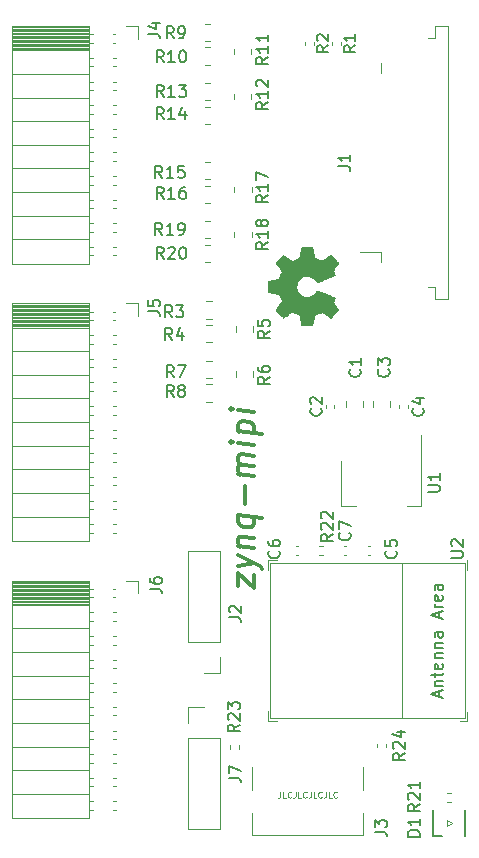
<source format=gto>
%TF.GenerationSoftware,KiCad,Pcbnew,6.0.4-6f826c9f35~116~ubuntu18.04.1*%
%TF.CreationDate,2022-06-27T14:44:09+00:00*%
%TF.ProjectId,zynq-mipi,7a796e71-2d6d-4697-9069-2e6b69636164,rev?*%
%TF.SameCoordinates,Original*%
%TF.FileFunction,Legend,Top*%
%TF.FilePolarity,Positive*%
%FSLAX46Y46*%
G04 Gerber Fmt 4.6, Leading zero omitted, Abs format (unit mm)*
G04 Created by KiCad (PCBNEW 6.0.4-6f826c9f35~116~ubuntu18.04.1) date 2022-06-27 14:44:09*
%MOMM*%
%LPD*%
G01*
G04 APERTURE LIST*
%ADD10C,0.300000*%
%ADD11C,0.125000*%
%ADD12C,0.150000*%
%ADD13C,0.120000*%
%ADD14C,0.010000*%
%ADD15C,0.100000*%
G04 APERTURE END LIST*
D10*
X145968928Y-108257488D02*
X145968928Y-107209869D01*
X147302261Y-108424154D01*
X147302261Y-107376535D01*
X145968928Y-106638440D02*
X147302261Y-106328916D01*
X145968928Y-105686059D02*
X147302261Y-106328916D01*
X147778452Y-106578916D01*
X147873690Y-106686059D01*
X147968928Y-106888440D01*
X145968928Y-104924154D02*
X147302261Y-105090821D01*
X146159404Y-104947964D02*
X146064166Y-104840821D01*
X145968928Y-104638440D01*
X145968928Y-104352726D01*
X146064166Y-104174154D01*
X146254642Y-104102726D01*
X147302261Y-104233678D01*
X145968928Y-102257488D02*
X147968928Y-102507488D01*
X147207023Y-102412250D02*
X147302261Y-102614630D01*
X147302261Y-102995583D01*
X147207023Y-103174154D01*
X147111785Y-103257488D01*
X146921309Y-103328916D01*
X146349880Y-103257488D01*
X146159404Y-103138440D01*
X146064166Y-103031297D01*
X145968928Y-102828916D01*
X145968928Y-102447964D01*
X146064166Y-102269392D01*
X146540357Y-101376535D02*
X146540357Y-99852726D01*
X147302261Y-98995583D02*
X145968928Y-98828916D01*
X146159404Y-98852726D02*
X146064166Y-98745583D01*
X145968928Y-98543202D01*
X145968928Y-98257488D01*
X146064166Y-98078916D01*
X146254642Y-98007488D01*
X147302261Y-98138440D01*
X146254642Y-98007488D02*
X146064166Y-97888440D01*
X145968928Y-97686059D01*
X145968928Y-97400345D01*
X146064166Y-97221773D01*
X146254642Y-97150345D01*
X147302261Y-97281297D01*
X147302261Y-96328916D02*
X145968928Y-96162250D01*
X145302261Y-96078916D02*
X145397500Y-96186059D01*
X145492738Y-96102726D01*
X145397500Y-95995583D01*
X145302261Y-96078916D01*
X145492738Y-96102726D01*
X145968928Y-95209869D02*
X147968928Y-95459869D01*
X146064166Y-95221773D02*
X145968928Y-95019392D01*
X145968928Y-94638440D01*
X146064166Y-94459869D01*
X146159404Y-94376535D01*
X146349880Y-94305107D01*
X146921309Y-94376535D01*
X147111785Y-94495583D01*
X147207023Y-94602726D01*
X147302261Y-94805107D01*
X147302261Y-95186059D01*
X147207023Y-95364630D01*
X147302261Y-93567011D02*
X145968928Y-93400345D01*
X145302261Y-93317011D02*
X145397500Y-93424154D01*
X145492738Y-93340821D01*
X145397500Y-93233678D01*
X145302261Y-93317011D01*
X145492738Y-93340821D01*
D11*
X149548976Y-125710190D02*
X149548976Y-126067333D01*
X149525166Y-126138761D01*
X149477547Y-126186380D01*
X149406119Y-126210190D01*
X149358500Y-126210190D01*
X150025166Y-126210190D02*
X149787071Y-126210190D01*
X149787071Y-125710190D01*
X150477547Y-126162571D02*
X150453738Y-126186380D01*
X150382309Y-126210190D01*
X150334690Y-126210190D01*
X150263261Y-126186380D01*
X150215642Y-126138761D01*
X150191833Y-126091142D01*
X150168023Y-125995904D01*
X150168023Y-125924476D01*
X150191833Y-125829238D01*
X150215642Y-125781619D01*
X150263261Y-125734000D01*
X150334690Y-125710190D01*
X150382309Y-125710190D01*
X150453738Y-125734000D01*
X150477547Y-125757809D01*
X150834690Y-125710190D02*
X150834690Y-126067333D01*
X150810880Y-126138761D01*
X150763261Y-126186380D01*
X150691833Y-126210190D01*
X150644214Y-126210190D01*
X151310880Y-126210190D02*
X151072785Y-126210190D01*
X151072785Y-125710190D01*
X151763261Y-126162571D02*
X151739452Y-126186380D01*
X151668023Y-126210190D01*
X151620404Y-126210190D01*
X151548976Y-126186380D01*
X151501357Y-126138761D01*
X151477547Y-126091142D01*
X151453738Y-125995904D01*
X151453738Y-125924476D01*
X151477547Y-125829238D01*
X151501357Y-125781619D01*
X151548976Y-125734000D01*
X151620404Y-125710190D01*
X151668023Y-125710190D01*
X151739452Y-125734000D01*
X151763261Y-125757809D01*
X152120404Y-125710190D02*
X152120404Y-126067333D01*
X152096595Y-126138761D01*
X152048976Y-126186380D01*
X151977547Y-126210190D01*
X151929928Y-126210190D01*
X152596595Y-126210190D02*
X152358500Y-126210190D01*
X152358500Y-125710190D01*
X153048976Y-126162571D02*
X153025166Y-126186380D01*
X152953738Y-126210190D01*
X152906119Y-126210190D01*
X152834690Y-126186380D01*
X152787071Y-126138761D01*
X152763261Y-126091142D01*
X152739452Y-125995904D01*
X152739452Y-125924476D01*
X152763261Y-125829238D01*
X152787071Y-125781619D01*
X152834690Y-125734000D01*
X152906119Y-125710190D01*
X152953738Y-125710190D01*
X153025166Y-125734000D01*
X153048976Y-125757809D01*
X153406119Y-125710190D02*
X153406119Y-126067333D01*
X153382309Y-126138761D01*
X153334690Y-126186380D01*
X153263261Y-126210190D01*
X153215642Y-126210190D01*
X153882309Y-126210190D02*
X153644214Y-126210190D01*
X153644214Y-125710190D01*
X154334690Y-126162571D02*
X154310880Y-126186380D01*
X154239452Y-126210190D01*
X154191833Y-126210190D01*
X154120404Y-126186380D01*
X154072785Y-126138761D01*
X154048976Y-126091142D01*
X154025166Y-125995904D01*
X154025166Y-125924476D01*
X154048976Y-125829238D01*
X154072785Y-125781619D01*
X154120404Y-125734000D01*
X154191833Y-125710190D01*
X154239452Y-125710190D01*
X154310880Y-125734000D01*
X154334690Y-125757809D01*
D12*
%TO.C,C1*%
X156279642Y-89955666D02*
X156327261Y-90003285D01*
X156374880Y-90146142D01*
X156374880Y-90241380D01*
X156327261Y-90384238D01*
X156232023Y-90479476D01*
X156136785Y-90527095D01*
X155946309Y-90574714D01*
X155803452Y-90574714D01*
X155612976Y-90527095D01*
X155517738Y-90479476D01*
X155422500Y-90384238D01*
X155374880Y-90241380D01*
X155374880Y-90146142D01*
X155422500Y-90003285D01*
X155470119Y-89955666D01*
X156374880Y-89003285D02*
X156374880Y-89574714D01*
X156374880Y-89289000D02*
X155374880Y-89289000D01*
X155517738Y-89384238D01*
X155612976Y-89479476D01*
X155660595Y-89574714D01*
%TO.C,C2*%
X152960642Y-93244666D02*
X153008261Y-93292285D01*
X153055880Y-93435142D01*
X153055880Y-93530380D01*
X153008261Y-93673238D01*
X152913023Y-93768476D01*
X152817785Y-93816095D01*
X152627309Y-93863714D01*
X152484452Y-93863714D01*
X152293976Y-93816095D01*
X152198738Y-93768476D01*
X152103500Y-93673238D01*
X152055880Y-93530380D01*
X152055880Y-93435142D01*
X152103500Y-93292285D01*
X152151119Y-93244666D01*
X152151119Y-92863714D02*
X152103500Y-92816095D01*
X152055880Y-92720857D01*
X152055880Y-92482761D01*
X152103500Y-92387523D01*
X152151119Y-92339904D01*
X152246357Y-92292285D01*
X152341595Y-92292285D01*
X152484452Y-92339904D01*
X153055880Y-92911333D01*
X153055880Y-92292285D01*
%TO.C,C3*%
X158692642Y-89955666D02*
X158740261Y-90003285D01*
X158787880Y-90146142D01*
X158787880Y-90241380D01*
X158740261Y-90384238D01*
X158645023Y-90479476D01*
X158549785Y-90527095D01*
X158359309Y-90574714D01*
X158216452Y-90574714D01*
X158025976Y-90527095D01*
X157930738Y-90479476D01*
X157835500Y-90384238D01*
X157787880Y-90241380D01*
X157787880Y-90146142D01*
X157835500Y-90003285D01*
X157883119Y-89955666D01*
X157787880Y-89622333D02*
X157787880Y-89003285D01*
X158168833Y-89336619D01*
X158168833Y-89193761D01*
X158216452Y-89098523D01*
X158264071Y-89050904D01*
X158359309Y-89003285D01*
X158597404Y-89003285D01*
X158692642Y-89050904D01*
X158740261Y-89098523D01*
X158787880Y-89193761D01*
X158787880Y-89479476D01*
X158740261Y-89574714D01*
X158692642Y-89622333D01*
%TO.C,C4*%
X161613642Y-93257666D02*
X161661261Y-93305285D01*
X161708880Y-93448142D01*
X161708880Y-93543380D01*
X161661261Y-93686238D01*
X161566023Y-93781476D01*
X161470785Y-93829095D01*
X161280309Y-93876714D01*
X161137452Y-93876714D01*
X160946976Y-93829095D01*
X160851738Y-93781476D01*
X160756500Y-93686238D01*
X160708880Y-93543380D01*
X160708880Y-93448142D01*
X160756500Y-93305285D01*
X160804119Y-93257666D01*
X161042214Y-92400523D02*
X161708880Y-92400523D01*
X160661261Y-92638619D02*
X161375547Y-92876714D01*
X161375547Y-92257666D01*
%TO.C,R3*%
X140388833Y-85542380D02*
X140055500Y-85066190D01*
X139817404Y-85542380D02*
X139817404Y-84542380D01*
X140198357Y-84542380D01*
X140293595Y-84590000D01*
X140341214Y-84637619D01*
X140388833Y-84732857D01*
X140388833Y-84875714D01*
X140341214Y-84970952D01*
X140293595Y-85018571D01*
X140198357Y-85066190D01*
X139817404Y-85066190D01*
X140722166Y-84542380D02*
X141341214Y-84542380D01*
X141007880Y-84923333D01*
X141150738Y-84923333D01*
X141245976Y-84970952D01*
X141293595Y-85018571D01*
X141341214Y-85113809D01*
X141341214Y-85351904D01*
X141293595Y-85447142D01*
X141245976Y-85494761D01*
X141150738Y-85542380D01*
X140865023Y-85542380D01*
X140769785Y-85494761D01*
X140722166Y-85447142D01*
%TO.C,R4*%
X140388833Y-87447380D02*
X140055500Y-86971190D01*
X139817404Y-87447380D02*
X139817404Y-86447380D01*
X140198357Y-86447380D01*
X140293595Y-86495000D01*
X140341214Y-86542619D01*
X140388833Y-86637857D01*
X140388833Y-86780714D01*
X140341214Y-86875952D01*
X140293595Y-86923571D01*
X140198357Y-86971190D01*
X139817404Y-86971190D01*
X141245976Y-86780714D02*
X141245976Y-87447380D01*
X141007880Y-86399761D02*
X140769785Y-87114047D01*
X141388833Y-87114047D01*
%TO.C,R5*%
X148627880Y-86692166D02*
X148151690Y-87025500D01*
X148627880Y-87263595D02*
X147627880Y-87263595D01*
X147627880Y-86882642D01*
X147675500Y-86787404D01*
X147723119Y-86739785D01*
X147818357Y-86692166D01*
X147961214Y-86692166D01*
X148056452Y-86739785D01*
X148104071Y-86787404D01*
X148151690Y-86882642D01*
X148151690Y-87263595D01*
X147627880Y-85787404D02*
X147627880Y-86263595D01*
X148104071Y-86311214D01*
X148056452Y-86263595D01*
X148008833Y-86168357D01*
X148008833Y-85930261D01*
X148056452Y-85835023D01*
X148104071Y-85787404D01*
X148199309Y-85739785D01*
X148437404Y-85739785D01*
X148532642Y-85787404D01*
X148580261Y-85835023D01*
X148627880Y-85930261D01*
X148627880Y-86168357D01*
X148580261Y-86263595D01*
X148532642Y-86311214D01*
%TO.C,R6*%
X148627880Y-90590666D02*
X148151690Y-90924000D01*
X148627880Y-91162095D02*
X147627880Y-91162095D01*
X147627880Y-90781142D01*
X147675500Y-90685904D01*
X147723119Y-90638285D01*
X147818357Y-90590666D01*
X147961214Y-90590666D01*
X148056452Y-90638285D01*
X148104071Y-90685904D01*
X148151690Y-90781142D01*
X148151690Y-91162095D01*
X147627880Y-89733523D02*
X147627880Y-89924000D01*
X147675500Y-90019238D01*
X147723119Y-90066857D01*
X147865976Y-90162095D01*
X148056452Y-90209714D01*
X148437404Y-90209714D01*
X148532642Y-90162095D01*
X148580261Y-90114476D01*
X148627880Y-90019238D01*
X148627880Y-89828761D01*
X148580261Y-89733523D01*
X148532642Y-89685904D01*
X148437404Y-89638285D01*
X148199309Y-89638285D01*
X148104071Y-89685904D01*
X148056452Y-89733523D01*
X148008833Y-89828761D01*
X148008833Y-90019238D01*
X148056452Y-90114476D01*
X148104071Y-90162095D01*
X148199309Y-90209714D01*
%TO.C,R7*%
X140515833Y-90622380D02*
X140182500Y-90146190D01*
X139944404Y-90622380D02*
X139944404Y-89622380D01*
X140325357Y-89622380D01*
X140420595Y-89670000D01*
X140468214Y-89717619D01*
X140515833Y-89812857D01*
X140515833Y-89955714D01*
X140468214Y-90050952D01*
X140420595Y-90098571D01*
X140325357Y-90146190D01*
X139944404Y-90146190D01*
X140849166Y-89622380D02*
X141515833Y-89622380D01*
X141087261Y-90622380D01*
%TO.C,R8*%
X140515833Y-92273380D02*
X140182500Y-91797190D01*
X139944404Y-92273380D02*
X139944404Y-91273380D01*
X140325357Y-91273380D01*
X140420595Y-91321000D01*
X140468214Y-91368619D01*
X140515833Y-91463857D01*
X140515833Y-91606714D01*
X140468214Y-91701952D01*
X140420595Y-91749571D01*
X140325357Y-91797190D01*
X139944404Y-91797190D01*
X141087261Y-91701952D02*
X140992023Y-91654333D01*
X140944404Y-91606714D01*
X140896785Y-91511476D01*
X140896785Y-91463857D01*
X140944404Y-91368619D01*
X140992023Y-91321000D01*
X141087261Y-91273380D01*
X141277738Y-91273380D01*
X141372976Y-91321000D01*
X141420595Y-91368619D01*
X141468214Y-91463857D01*
X141468214Y-91511476D01*
X141420595Y-91606714D01*
X141372976Y-91654333D01*
X141277738Y-91701952D01*
X141087261Y-91701952D01*
X140992023Y-91749571D01*
X140944404Y-91797190D01*
X140896785Y-91892428D01*
X140896785Y-92082904D01*
X140944404Y-92178142D01*
X140992023Y-92225761D01*
X141087261Y-92273380D01*
X141277738Y-92273380D01*
X141372976Y-92225761D01*
X141420595Y-92178142D01*
X141468214Y-92082904D01*
X141468214Y-91892428D01*
X141420595Y-91797190D01*
X141372976Y-91749571D01*
X141277738Y-91701952D01*
%TO.C,R9*%
X140515833Y-61920380D02*
X140182500Y-61444190D01*
X139944404Y-61920380D02*
X139944404Y-60920380D01*
X140325357Y-60920380D01*
X140420595Y-60968000D01*
X140468214Y-61015619D01*
X140515833Y-61110857D01*
X140515833Y-61253714D01*
X140468214Y-61348952D01*
X140420595Y-61396571D01*
X140325357Y-61444190D01*
X139944404Y-61444190D01*
X140992023Y-61920380D02*
X141182500Y-61920380D01*
X141277738Y-61872761D01*
X141325357Y-61825142D01*
X141420595Y-61682285D01*
X141468214Y-61491809D01*
X141468214Y-61110857D01*
X141420595Y-61015619D01*
X141372976Y-60968000D01*
X141277738Y-60920380D01*
X141087261Y-60920380D01*
X140992023Y-60968000D01*
X140944404Y-61015619D01*
X140896785Y-61110857D01*
X140896785Y-61348952D01*
X140944404Y-61444190D01*
X140992023Y-61491809D01*
X141087261Y-61539428D01*
X141277738Y-61539428D01*
X141372976Y-61491809D01*
X141420595Y-61444190D01*
X141468214Y-61348952D01*
%TO.C,R10*%
X139658642Y-63952380D02*
X139325309Y-63476190D01*
X139087214Y-63952380D02*
X139087214Y-62952380D01*
X139468166Y-62952380D01*
X139563404Y-63000000D01*
X139611023Y-63047619D01*
X139658642Y-63142857D01*
X139658642Y-63285714D01*
X139611023Y-63380952D01*
X139563404Y-63428571D01*
X139468166Y-63476190D01*
X139087214Y-63476190D01*
X140611023Y-63952380D02*
X140039595Y-63952380D01*
X140325309Y-63952380D02*
X140325309Y-62952380D01*
X140230071Y-63095238D01*
X140134833Y-63190476D01*
X140039595Y-63238095D01*
X141230071Y-62952380D02*
X141325309Y-62952380D01*
X141420547Y-63000000D01*
X141468166Y-63047619D01*
X141515785Y-63142857D01*
X141563404Y-63333333D01*
X141563404Y-63571428D01*
X141515785Y-63761904D01*
X141468166Y-63857142D01*
X141420547Y-63904761D01*
X141325309Y-63952380D01*
X141230071Y-63952380D01*
X141134833Y-63904761D01*
X141087214Y-63857142D01*
X141039595Y-63761904D01*
X140991976Y-63571428D01*
X140991976Y-63333333D01*
X141039595Y-63142857D01*
X141087214Y-63047619D01*
X141134833Y-63000000D01*
X141230071Y-62952380D01*
%TO.C,R11*%
X148500880Y-63507857D02*
X148024690Y-63841190D01*
X148500880Y-64079285D02*
X147500880Y-64079285D01*
X147500880Y-63698333D01*
X147548500Y-63603095D01*
X147596119Y-63555476D01*
X147691357Y-63507857D01*
X147834214Y-63507857D01*
X147929452Y-63555476D01*
X147977071Y-63603095D01*
X148024690Y-63698333D01*
X148024690Y-64079285D01*
X148500880Y-62555476D02*
X148500880Y-63126904D01*
X148500880Y-62841190D02*
X147500880Y-62841190D01*
X147643738Y-62936428D01*
X147738976Y-63031666D01*
X147786595Y-63126904D01*
X148500880Y-61603095D02*
X148500880Y-62174523D01*
X148500880Y-61888809D02*
X147500880Y-61888809D01*
X147643738Y-61984047D01*
X147738976Y-62079285D01*
X147786595Y-62174523D01*
%TO.C,R12*%
X148500880Y-67317857D02*
X148024690Y-67651190D01*
X148500880Y-67889285D02*
X147500880Y-67889285D01*
X147500880Y-67508333D01*
X147548500Y-67413095D01*
X147596119Y-67365476D01*
X147691357Y-67317857D01*
X147834214Y-67317857D01*
X147929452Y-67365476D01*
X147977071Y-67413095D01*
X148024690Y-67508333D01*
X148024690Y-67889285D01*
X148500880Y-66365476D02*
X148500880Y-66936904D01*
X148500880Y-66651190D02*
X147500880Y-66651190D01*
X147643738Y-66746428D01*
X147738976Y-66841666D01*
X147786595Y-66936904D01*
X147596119Y-65984523D02*
X147548500Y-65936904D01*
X147500880Y-65841666D01*
X147500880Y-65603571D01*
X147548500Y-65508333D01*
X147596119Y-65460714D01*
X147691357Y-65413095D01*
X147786595Y-65413095D01*
X147929452Y-65460714D01*
X148500880Y-66032142D01*
X148500880Y-65413095D01*
%TO.C,R13*%
X139658642Y-66873380D02*
X139325309Y-66397190D01*
X139087214Y-66873380D02*
X139087214Y-65873380D01*
X139468166Y-65873380D01*
X139563404Y-65921000D01*
X139611023Y-65968619D01*
X139658642Y-66063857D01*
X139658642Y-66206714D01*
X139611023Y-66301952D01*
X139563404Y-66349571D01*
X139468166Y-66397190D01*
X139087214Y-66397190D01*
X140611023Y-66873380D02*
X140039595Y-66873380D01*
X140325309Y-66873380D02*
X140325309Y-65873380D01*
X140230071Y-66016238D01*
X140134833Y-66111476D01*
X140039595Y-66159095D01*
X140944357Y-65873380D02*
X141563404Y-65873380D01*
X141230071Y-66254333D01*
X141372928Y-66254333D01*
X141468166Y-66301952D01*
X141515785Y-66349571D01*
X141563404Y-66444809D01*
X141563404Y-66682904D01*
X141515785Y-66778142D01*
X141468166Y-66825761D01*
X141372928Y-66873380D01*
X141087214Y-66873380D01*
X140991976Y-66825761D01*
X140944357Y-66778142D01*
%TO.C,R14*%
X139658642Y-68778380D02*
X139325309Y-68302190D01*
X139087214Y-68778380D02*
X139087214Y-67778380D01*
X139468166Y-67778380D01*
X139563404Y-67826000D01*
X139611023Y-67873619D01*
X139658642Y-67968857D01*
X139658642Y-68111714D01*
X139611023Y-68206952D01*
X139563404Y-68254571D01*
X139468166Y-68302190D01*
X139087214Y-68302190D01*
X140611023Y-68778380D02*
X140039595Y-68778380D01*
X140325309Y-68778380D02*
X140325309Y-67778380D01*
X140230071Y-67921238D01*
X140134833Y-68016476D01*
X140039595Y-68064095D01*
X141468166Y-68111714D02*
X141468166Y-68778380D01*
X141230071Y-67730761D02*
X140991976Y-68445047D01*
X141611023Y-68445047D01*
%TO.C,R15*%
X139531642Y-73731380D02*
X139198309Y-73255190D01*
X138960214Y-73731380D02*
X138960214Y-72731380D01*
X139341166Y-72731380D01*
X139436404Y-72779000D01*
X139484023Y-72826619D01*
X139531642Y-72921857D01*
X139531642Y-73064714D01*
X139484023Y-73159952D01*
X139436404Y-73207571D01*
X139341166Y-73255190D01*
X138960214Y-73255190D01*
X140484023Y-73731380D02*
X139912595Y-73731380D01*
X140198309Y-73731380D02*
X140198309Y-72731380D01*
X140103071Y-72874238D01*
X140007833Y-72969476D01*
X139912595Y-73017095D01*
X141388785Y-72731380D02*
X140912595Y-72731380D01*
X140864976Y-73207571D01*
X140912595Y-73159952D01*
X141007833Y-73112333D01*
X141245928Y-73112333D01*
X141341166Y-73159952D01*
X141388785Y-73207571D01*
X141436404Y-73302809D01*
X141436404Y-73540904D01*
X141388785Y-73636142D01*
X141341166Y-73683761D01*
X141245928Y-73731380D01*
X141007833Y-73731380D01*
X140912595Y-73683761D01*
X140864976Y-73636142D01*
%TO.C,R16*%
X139658642Y-75509380D02*
X139325309Y-75033190D01*
X139087214Y-75509380D02*
X139087214Y-74509380D01*
X139468166Y-74509380D01*
X139563404Y-74557000D01*
X139611023Y-74604619D01*
X139658642Y-74699857D01*
X139658642Y-74842714D01*
X139611023Y-74937952D01*
X139563404Y-74985571D01*
X139468166Y-75033190D01*
X139087214Y-75033190D01*
X140611023Y-75509380D02*
X140039595Y-75509380D01*
X140325309Y-75509380D02*
X140325309Y-74509380D01*
X140230071Y-74652238D01*
X140134833Y-74747476D01*
X140039595Y-74795095D01*
X141468166Y-74509380D02*
X141277690Y-74509380D01*
X141182452Y-74557000D01*
X141134833Y-74604619D01*
X141039595Y-74747476D01*
X140991976Y-74937952D01*
X140991976Y-75318904D01*
X141039595Y-75414142D01*
X141087214Y-75461761D01*
X141182452Y-75509380D01*
X141372928Y-75509380D01*
X141468166Y-75461761D01*
X141515785Y-75414142D01*
X141563404Y-75318904D01*
X141563404Y-75080809D01*
X141515785Y-74985571D01*
X141468166Y-74937952D01*
X141372928Y-74890333D01*
X141182452Y-74890333D01*
X141087214Y-74937952D01*
X141039595Y-74985571D01*
X140991976Y-75080809D01*
%TO.C,R17*%
X148500880Y-75191857D02*
X148024690Y-75525190D01*
X148500880Y-75763285D02*
X147500880Y-75763285D01*
X147500880Y-75382333D01*
X147548500Y-75287095D01*
X147596119Y-75239476D01*
X147691357Y-75191857D01*
X147834214Y-75191857D01*
X147929452Y-75239476D01*
X147977071Y-75287095D01*
X148024690Y-75382333D01*
X148024690Y-75763285D01*
X148500880Y-74239476D02*
X148500880Y-74810904D01*
X148500880Y-74525190D02*
X147500880Y-74525190D01*
X147643738Y-74620428D01*
X147738976Y-74715666D01*
X147786595Y-74810904D01*
X147500880Y-73906142D02*
X147500880Y-73239476D01*
X148500880Y-73668047D01*
%TO.C,R18*%
X148500880Y-79183856D02*
X148024690Y-79517189D01*
X148500880Y-79755284D02*
X147500880Y-79755284D01*
X147500880Y-79374332D01*
X147548500Y-79279094D01*
X147596119Y-79231475D01*
X147691357Y-79183856D01*
X147834214Y-79183856D01*
X147929452Y-79231475D01*
X147977071Y-79279094D01*
X148024690Y-79374332D01*
X148024690Y-79755284D01*
X148500880Y-78231475D02*
X148500880Y-78802903D01*
X148500880Y-78517189D02*
X147500880Y-78517189D01*
X147643738Y-78612427D01*
X147738976Y-78707665D01*
X147786595Y-78802903D01*
X147929452Y-77660046D02*
X147881833Y-77755284D01*
X147834214Y-77802903D01*
X147738976Y-77850522D01*
X147691357Y-77850522D01*
X147596119Y-77802903D01*
X147548500Y-77755284D01*
X147500880Y-77660046D01*
X147500880Y-77469570D01*
X147548500Y-77374332D01*
X147596119Y-77326713D01*
X147691357Y-77279094D01*
X147738976Y-77279094D01*
X147834214Y-77326713D01*
X147881833Y-77374332D01*
X147929452Y-77469570D01*
X147929452Y-77660046D01*
X147977071Y-77755284D01*
X148024690Y-77802903D01*
X148119928Y-77850522D01*
X148310404Y-77850522D01*
X148405642Y-77802903D01*
X148453261Y-77755284D01*
X148500880Y-77660046D01*
X148500880Y-77469570D01*
X148453261Y-77374332D01*
X148405642Y-77326713D01*
X148310404Y-77279094D01*
X148119928Y-77279094D01*
X148024690Y-77326713D01*
X147977071Y-77374332D01*
X147929452Y-77469570D01*
%TO.C,R19*%
X139531642Y-78557380D02*
X139198309Y-78081190D01*
X138960214Y-78557380D02*
X138960214Y-77557380D01*
X139341166Y-77557380D01*
X139436404Y-77605000D01*
X139484023Y-77652619D01*
X139531642Y-77747857D01*
X139531642Y-77890714D01*
X139484023Y-77985952D01*
X139436404Y-78033571D01*
X139341166Y-78081190D01*
X138960214Y-78081190D01*
X140484023Y-78557380D02*
X139912595Y-78557380D01*
X140198309Y-78557380D02*
X140198309Y-77557380D01*
X140103071Y-77700238D01*
X140007833Y-77795476D01*
X139912595Y-77843095D01*
X140960214Y-78557380D02*
X141150690Y-78557380D01*
X141245928Y-78509761D01*
X141293547Y-78462142D01*
X141388785Y-78319285D01*
X141436404Y-78128809D01*
X141436404Y-77747857D01*
X141388785Y-77652619D01*
X141341166Y-77605000D01*
X141245928Y-77557380D01*
X141055452Y-77557380D01*
X140960214Y-77605000D01*
X140912595Y-77652619D01*
X140864976Y-77747857D01*
X140864976Y-77985952D01*
X140912595Y-78081190D01*
X140960214Y-78128809D01*
X141055452Y-78176428D01*
X141245928Y-78176428D01*
X141341166Y-78128809D01*
X141388785Y-78081190D01*
X141436404Y-77985952D01*
%TO.C,R20*%
X139658642Y-80589380D02*
X139325309Y-80113190D01*
X139087214Y-80589380D02*
X139087214Y-79589380D01*
X139468166Y-79589380D01*
X139563404Y-79637000D01*
X139611023Y-79684619D01*
X139658642Y-79779857D01*
X139658642Y-79922714D01*
X139611023Y-80017952D01*
X139563404Y-80065571D01*
X139468166Y-80113190D01*
X139087214Y-80113190D01*
X140039595Y-79684619D02*
X140087214Y-79637000D01*
X140182452Y-79589380D01*
X140420547Y-79589380D01*
X140515785Y-79637000D01*
X140563404Y-79684619D01*
X140611023Y-79779857D01*
X140611023Y-79875095D01*
X140563404Y-80017952D01*
X139991976Y-80589380D01*
X140611023Y-80589380D01*
X141230071Y-79589380D02*
X141325309Y-79589380D01*
X141420547Y-79637000D01*
X141468166Y-79684619D01*
X141515785Y-79779857D01*
X141563404Y-79970333D01*
X141563404Y-80208428D01*
X141515785Y-80398904D01*
X141468166Y-80494142D01*
X141420547Y-80541761D01*
X141325309Y-80589380D01*
X141230071Y-80589380D01*
X141134833Y-80541761D01*
X141087214Y-80494142D01*
X141039595Y-80398904D01*
X140991976Y-80208428D01*
X140991976Y-79970333D01*
X141039595Y-79779857D01*
X141087214Y-79684619D01*
X141134833Y-79637000D01*
X141230071Y-79589380D01*
%TO.C,U1*%
X162033880Y-100329904D02*
X162843404Y-100329904D01*
X162938642Y-100282285D01*
X162986261Y-100234666D01*
X163033880Y-100139428D01*
X163033880Y-99948952D01*
X162986261Y-99853714D01*
X162938642Y-99806095D01*
X162843404Y-99758476D01*
X162033880Y-99758476D01*
X163033880Y-98758476D02*
X163033880Y-99329904D01*
X163033880Y-99044190D02*
X162033880Y-99044190D01*
X162176738Y-99139428D01*
X162271976Y-99234666D01*
X162319595Y-99329904D01*
%TO.C,J4*%
X138356880Y-61547333D02*
X139071166Y-61547333D01*
X139214023Y-61594952D01*
X139309261Y-61690190D01*
X139356880Y-61833047D01*
X139356880Y-61928285D01*
X138690214Y-60642571D02*
X139356880Y-60642571D01*
X138309261Y-60880666D02*
X139023547Y-61118761D01*
X139023547Y-60499714D01*
%TO.C,U2*%
X164010880Y-105917904D02*
X164820404Y-105917904D01*
X164915642Y-105870285D01*
X164963261Y-105822666D01*
X165010880Y-105727428D01*
X165010880Y-105536952D01*
X164963261Y-105441714D01*
X164915642Y-105394095D01*
X164820404Y-105346476D01*
X164010880Y-105346476D01*
X164106119Y-104917904D02*
X164058500Y-104870285D01*
X164010880Y-104775047D01*
X164010880Y-104536952D01*
X164058500Y-104441714D01*
X164106119Y-104394095D01*
X164201357Y-104346476D01*
X164296595Y-104346476D01*
X164439452Y-104394095D01*
X165010880Y-104965523D01*
X165010880Y-104346476D01*
X162988166Y-117664904D02*
X162988166Y-117188714D01*
X163273880Y-117760142D02*
X162273880Y-117426809D01*
X163273880Y-117093476D01*
X162607214Y-116760142D02*
X163273880Y-116760142D01*
X162702452Y-116760142D02*
X162654833Y-116712523D01*
X162607214Y-116617285D01*
X162607214Y-116474428D01*
X162654833Y-116379190D01*
X162750071Y-116331571D01*
X163273880Y-116331571D01*
X162607214Y-115998238D02*
X162607214Y-115617285D01*
X162273880Y-115855380D02*
X163131023Y-115855380D01*
X163226261Y-115807761D01*
X163273880Y-115712523D01*
X163273880Y-115617285D01*
X163226261Y-114903000D02*
X163273880Y-114998238D01*
X163273880Y-115188714D01*
X163226261Y-115283952D01*
X163131023Y-115331571D01*
X162750071Y-115331571D01*
X162654833Y-115283952D01*
X162607214Y-115188714D01*
X162607214Y-114998238D01*
X162654833Y-114903000D01*
X162750071Y-114855380D01*
X162845309Y-114855380D01*
X162940547Y-115331571D01*
X162607214Y-114426809D02*
X163273880Y-114426809D01*
X162702452Y-114426809D02*
X162654833Y-114379190D01*
X162607214Y-114283952D01*
X162607214Y-114141095D01*
X162654833Y-114045857D01*
X162750071Y-113998238D01*
X163273880Y-113998238D01*
X162607214Y-113522047D02*
X163273880Y-113522047D01*
X162702452Y-113522047D02*
X162654833Y-113474428D01*
X162607214Y-113379190D01*
X162607214Y-113236333D01*
X162654833Y-113141095D01*
X162750071Y-113093476D01*
X163273880Y-113093476D01*
X163273880Y-112188714D02*
X162750071Y-112188714D01*
X162654833Y-112236333D01*
X162607214Y-112331571D01*
X162607214Y-112522047D01*
X162654833Y-112617285D01*
X163226261Y-112188714D02*
X163273880Y-112283952D01*
X163273880Y-112522047D01*
X163226261Y-112617285D01*
X163131023Y-112664904D01*
X163035785Y-112664904D01*
X162940547Y-112617285D01*
X162892928Y-112522047D01*
X162892928Y-112283952D01*
X162845309Y-112188714D01*
X162988166Y-110998238D02*
X162988166Y-110522047D01*
X163273880Y-111093476D02*
X162273880Y-110760142D01*
X163273880Y-110426809D01*
X163273880Y-110093476D02*
X162607214Y-110093476D01*
X162797690Y-110093476D02*
X162702452Y-110045857D01*
X162654833Y-109998238D01*
X162607214Y-109903000D01*
X162607214Y-109807761D01*
X163226261Y-109093476D02*
X163273880Y-109188714D01*
X163273880Y-109379190D01*
X163226261Y-109474428D01*
X163131023Y-109522047D01*
X162750071Y-109522047D01*
X162654833Y-109474428D01*
X162607214Y-109379190D01*
X162607214Y-109188714D01*
X162654833Y-109093476D01*
X162750071Y-109045857D01*
X162845309Y-109045857D01*
X162940547Y-109522047D01*
X163273880Y-108188714D02*
X162750071Y-108188714D01*
X162654833Y-108236333D01*
X162607214Y-108331571D01*
X162607214Y-108522047D01*
X162654833Y-108617285D01*
X163226261Y-108188714D02*
X163273880Y-108283952D01*
X163273880Y-108522047D01*
X163226261Y-108617285D01*
X163131023Y-108664904D01*
X163035785Y-108664904D01*
X162940547Y-108617285D01*
X162892928Y-108522047D01*
X162892928Y-108283952D01*
X162845309Y-108188714D01*
%TO.C,J2*%
X145214880Y-110950333D02*
X145929166Y-110950333D01*
X146072023Y-110997952D01*
X146167261Y-111093190D01*
X146214880Y-111236047D01*
X146214880Y-111331285D01*
X145310119Y-110521761D02*
X145262500Y-110474142D01*
X145214880Y-110378904D01*
X145214880Y-110140809D01*
X145262500Y-110045571D01*
X145310119Y-109997952D01*
X145405357Y-109950333D01*
X145500595Y-109950333D01*
X145643452Y-109997952D01*
X146214880Y-110569380D01*
X146214880Y-109950333D01*
%TO.C,J5*%
X138356880Y-85042333D02*
X139071166Y-85042333D01*
X139214023Y-85089952D01*
X139309261Y-85185190D01*
X139356880Y-85328047D01*
X139356880Y-85423285D01*
X138356880Y-84089952D02*
X138356880Y-84566142D01*
X138833071Y-84613761D01*
X138785452Y-84566142D01*
X138737833Y-84470904D01*
X138737833Y-84232809D01*
X138785452Y-84137571D01*
X138833071Y-84089952D01*
X138928309Y-84042333D01*
X139166404Y-84042333D01*
X139261642Y-84089952D01*
X139309261Y-84137571D01*
X139356880Y-84232809D01*
X139356880Y-84470904D01*
X139309261Y-84566142D01*
X139261642Y-84613761D01*
%TO.C,D1*%
X161327880Y-129516095D02*
X160327880Y-129516095D01*
X160327880Y-129278000D01*
X160375500Y-129135142D01*
X160470738Y-129039904D01*
X160565976Y-128992285D01*
X160756452Y-128944666D01*
X160899309Y-128944666D01*
X161089785Y-128992285D01*
X161185023Y-129039904D01*
X161280261Y-129135142D01*
X161327880Y-129278000D01*
X161327880Y-129516095D01*
X161327880Y-127992285D02*
X161327880Y-128563714D01*
X161327880Y-128278000D02*
X160327880Y-128278000D01*
X160470738Y-128373238D01*
X160565976Y-128468476D01*
X160613595Y-128563714D01*
%TO.C,R2*%
X153607880Y-62523666D02*
X153131690Y-62857000D01*
X153607880Y-63095095D02*
X152607880Y-63095095D01*
X152607880Y-62714142D01*
X152655500Y-62618904D01*
X152703119Y-62571285D01*
X152798357Y-62523666D01*
X152941214Y-62523666D01*
X153036452Y-62571285D01*
X153084071Y-62618904D01*
X153131690Y-62714142D01*
X153131690Y-63095095D01*
X152703119Y-62142714D02*
X152655500Y-62095095D01*
X152607880Y-61999857D01*
X152607880Y-61761761D01*
X152655500Y-61666523D01*
X152703119Y-61618904D01*
X152798357Y-61571285D01*
X152893595Y-61571285D01*
X153036452Y-61618904D01*
X153607880Y-62190333D01*
X153607880Y-61571285D01*
%TO.C,J1*%
X154466880Y-72761333D02*
X155181166Y-72761333D01*
X155324023Y-72808952D01*
X155419261Y-72904190D01*
X155466880Y-73047047D01*
X155466880Y-73142285D01*
X155466880Y-71761333D02*
X155466880Y-72332761D01*
X155466880Y-72047047D02*
X154466880Y-72047047D01*
X154609738Y-72142285D01*
X154704976Y-72237523D01*
X154752595Y-72332761D01*
%TO.C,J3*%
X157533880Y-129111333D02*
X158248166Y-129111333D01*
X158391023Y-129158952D01*
X158486261Y-129254190D01*
X158533880Y-129397047D01*
X158533880Y-129492285D01*
X157533880Y-128730380D02*
X157533880Y-128111333D01*
X157914833Y-128444666D01*
X157914833Y-128301809D01*
X157962452Y-128206571D01*
X158010071Y-128158952D01*
X158105309Y-128111333D01*
X158343404Y-128111333D01*
X158438642Y-128158952D01*
X158486261Y-128206571D01*
X158533880Y-128301809D01*
X158533880Y-128587523D01*
X158486261Y-128682761D01*
X158438642Y-128730380D01*
%TO.C,C7*%
X155390642Y-103798666D02*
X155438261Y-103846285D01*
X155485880Y-103989142D01*
X155485880Y-104084380D01*
X155438261Y-104227238D01*
X155343023Y-104322476D01*
X155247785Y-104370095D01*
X155057309Y-104417714D01*
X154914452Y-104417714D01*
X154723976Y-104370095D01*
X154628738Y-104322476D01*
X154533500Y-104227238D01*
X154485880Y-104084380D01*
X154485880Y-103989142D01*
X154533500Y-103846285D01*
X154581119Y-103798666D01*
X154485880Y-103465333D02*
X154485880Y-102798666D01*
X155485880Y-103227238D01*
%TO.C,C6*%
X149421642Y-105322666D02*
X149469261Y-105370285D01*
X149516880Y-105513142D01*
X149516880Y-105608380D01*
X149469261Y-105751238D01*
X149374023Y-105846476D01*
X149278785Y-105894095D01*
X149088309Y-105941714D01*
X148945452Y-105941714D01*
X148754976Y-105894095D01*
X148659738Y-105846476D01*
X148564500Y-105751238D01*
X148516880Y-105608380D01*
X148516880Y-105513142D01*
X148564500Y-105370285D01*
X148612119Y-105322666D01*
X148516880Y-104465523D02*
X148516880Y-104656000D01*
X148564500Y-104751238D01*
X148612119Y-104798857D01*
X148754976Y-104894095D01*
X148945452Y-104941714D01*
X149326404Y-104941714D01*
X149421642Y-104894095D01*
X149469261Y-104846476D01*
X149516880Y-104751238D01*
X149516880Y-104560761D01*
X149469261Y-104465523D01*
X149421642Y-104417904D01*
X149326404Y-104370285D01*
X149088309Y-104370285D01*
X148993071Y-104417904D01*
X148945452Y-104465523D01*
X148897833Y-104560761D01*
X148897833Y-104751238D01*
X148945452Y-104846476D01*
X148993071Y-104894095D01*
X149088309Y-104941714D01*
%TO.C,R24*%
X160057880Y-122435857D02*
X159581690Y-122769190D01*
X160057880Y-123007285D02*
X159057880Y-123007285D01*
X159057880Y-122626333D01*
X159105500Y-122531095D01*
X159153119Y-122483476D01*
X159248357Y-122435857D01*
X159391214Y-122435857D01*
X159486452Y-122483476D01*
X159534071Y-122531095D01*
X159581690Y-122626333D01*
X159581690Y-123007285D01*
X159153119Y-122054904D02*
X159105500Y-122007285D01*
X159057880Y-121912047D01*
X159057880Y-121673952D01*
X159105500Y-121578714D01*
X159153119Y-121531095D01*
X159248357Y-121483476D01*
X159343595Y-121483476D01*
X159486452Y-121531095D01*
X160057880Y-122102523D01*
X160057880Y-121483476D01*
X159391214Y-120626333D02*
X160057880Y-120626333D01*
X159010261Y-120864428D02*
X159724547Y-121102523D01*
X159724547Y-120483476D01*
%TO.C,R23*%
X146087880Y-120022857D02*
X145611690Y-120356190D01*
X146087880Y-120594285D02*
X145087880Y-120594285D01*
X145087880Y-120213333D01*
X145135500Y-120118095D01*
X145183119Y-120070476D01*
X145278357Y-120022857D01*
X145421214Y-120022857D01*
X145516452Y-120070476D01*
X145564071Y-120118095D01*
X145611690Y-120213333D01*
X145611690Y-120594285D01*
X145183119Y-119641904D02*
X145135500Y-119594285D01*
X145087880Y-119499047D01*
X145087880Y-119260952D01*
X145135500Y-119165714D01*
X145183119Y-119118095D01*
X145278357Y-119070476D01*
X145373595Y-119070476D01*
X145516452Y-119118095D01*
X146087880Y-119689523D01*
X146087880Y-119070476D01*
X145087880Y-118737142D02*
X145087880Y-118118095D01*
X145468833Y-118451428D01*
X145468833Y-118308571D01*
X145516452Y-118213333D01*
X145564071Y-118165714D01*
X145659309Y-118118095D01*
X145897404Y-118118095D01*
X145992642Y-118165714D01*
X146040261Y-118213333D01*
X146087880Y-118308571D01*
X146087880Y-118594285D01*
X146040261Y-118689523D01*
X145992642Y-118737142D01*
%TO.C,J7*%
X145214880Y-124539333D02*
X145929166Y-124539333D01*
X146072023Y-124586952D01*
X146167261Y-124682190D01*
X146214880Y-124825047D01*
X146214880Y-124920285D01*
X145214880Y-124158380D02*
X145214880Y-123491714D01*
X146214880Y-123920285D01*
%TO.C,R22*%
X153961880Y-103893857D02*
X153485690Y-104227190D01*
X153961880Y-104465285D02*
X152961880Y-104465285D01*
X152961880Y-104084333D01*
X153009500Y-103989095D01*
X153057119Y-103941476D01*
X153152357Y-103893857D01*
X153295214Y-103893857D01*
X153390452Y-103941476D01*
X153438071Y-103989095D01*
X153485690Y-104084333D01*
X153485690Y-104465285D01*
X153057119Y-103512904D02*
X153009500Y-103465285D01*
X152961880Y-103370047D01*
X152961880Y-103131952D01*
X153009500Y-103036714D01*
X153057119Y-102989095D01*
X153152357Y-102941476D01*
X153247595Y-102941476D01*
X153390452Y-102989095D01*
X153961880Y-103560523D01*
X153961880Y-102941476D01*
X153057119Y-102560523D02*
X153009500Y-102512904D01*
X152961880Y-102417666D01*
X152961880Y-102179571D01*
X153009500Y-102084333D01*
X153057119Y-102036714D01*
X153152357Y-101989095D01*
X153247595Y-101989095D01*
X153390452Y-102036714D01*
X153961880Y-102608142D01*
X153961880Y-101989095D01*
%TO.C,R21*%
X161327880Y-126753857D02*
X160851690Y-127087190D01*
X161327880Y-127325285D02*
X160327880Y-127325285D01*
X160327880Y-126944333D01*
X160375500Y-126849095D01*
X160423119Y-126801476D01*
X160518357Y-126753857D01*
X160661214Y-126753857D01*
X160756452Y-126801476D01*
X160804071Y-126849095D01*
X160851690Y-126944333D01*
X160851690Y-127325285D01*
X160423119Y-126372904D02*
X160375500Y-126325285D01*
X160327880Y-126230047D01*
X160327880Y-125991952D01*
X160375500Y-125896714D01*
X160423119Y-125849095D01*
X160518357Y-125801476D01*
X160613595Y-125801476D01*
X160756452Y-125849095D01*
X161327880Y-126420523D01*
X161327880Y-125801476D01*
X161327880Y-124849095D02*
X161327880Y-125420523D01*
X161327880Y-125134809D02*
X160327880Y-125134809D01*
X160470738Y-125230047D01*
X160565976Y-125325285D01*
X160613595Y-125420523D01*
%TO.C,J6*%
X138483880Y-108537333D02*
X139198166Y-108537333D01*
X139341023Y-108584952D01*
X139436261Y-108680190D01*
X139483880Y-108823047D01*
X139483880Y-108918285D01*
X138483880Y-107632571D02*
X138483880Y-107823047D01*
X138531500Y-107918285D01*
X138579119Y-107965904D01*
X138721976Y-108061142D01*
X138912452Y-108108761D01*
X139293404Y-108108761D01*
X139388642Y-108061142D01*
X139436261Y-108013523D01*
X139483880Y-107918285D01*
X139483880Y-107727809D01*
X139436261Y-107632571D01*
X139388642Y-107584952D01*
X139293404Y-107537333D01*
X139055309Y-107537333D01*
X138960071Y-107584952D01*
X138912452Y-107632571D01*
X138864833Y-107727809D01*
X138864833Y-107918285D01*
X138912452Y-108013523D01*
X138960071Y-108061142D01*
X139055309Y-108108761D01*
%TO.C,C5*%
X159327642Y-105322666D02*
X159375261Y-105370285D01*
X159422880Y-105513142D01*
X159422880Y-105608380D01*
X159375261Y-105751238D01*
X159280023Y-105846476D01*
X159184785Y-105894095D01*
X158994309Y-105941714D01*
X158851452Y-105941714D01*
X158660976Y-105894095D01*
X158565738Y-105846476D01*
X158470500Y-105751238D01*
X158422880Y-105608380D01*
X158422880Y-105513142D01*
X158470500Y-105370285D01*
X158518119Y-105322666D01*
X158422880Y-104417904D02*
X158422880Y-104894095D01*
X158899071Y-104941714D01*
X158851452Y-104894095D01*
X158803833Y-104798857D01*
X158803833Y-104560761D01*
X158851452Y-104465523D01*
X158899071Y-104417904D01*
X158994309Y-104370285D01*
X159232404Y-104370285D01*
X159327642Y-104417904D01*
X159375261Y-104465523D01*
X159422880Y-104560761D01*
X159422880Y-104798857D01*
X159375261Y-104894095D01*
X159327642Y-104941714D01*
%TO.C,R1*%
X155893880Y-62523666D02*
X155417690Y-62857000D01*
X155893880Y-63095095D02*
X154893880Y-63095095D01*
X154893880Y-62714142D01*
X154941500Y-62618904D01*
X154989119Y-62571285D01*
X155084357Y-62523666D01*
X155227214Y-62523666D01*
X155322452Y-62571285D01*
X155370071Y-62618904D01*
X155417690Y-62714142D01*
X155417690Y-63095095D01*
X155893880Y-61571285D02*
X155893880Y-62142714D01*
X155893880Y-61857000D02*
X154893880Y-61857000D01*
X155036738Y-61952238D01*
X155131976Y-62047476D01*
X155179595Y-62142714D01*
D13*
%TO.C,C1*%
X155060500Y-93164252D02*
X155060500Y-92641748D01*
X156530500Y-93164252D02*
X156530500Y-92641748D01*
%TO.C,C2*%
X154123500Y-93185836D02*
X154123500Y-92970164D01*
X153403500Y-93185836D02*
X153403500Y-92970164D01*
%TO.C,C3*%
X157346500Y-93164252D02*
X157346500Y-92641748D01*
X158816500Y-93164252D02*
X158816500Y-92641748D01*
%TO.C,C4*%
X160346500Y-93185836D02*
X160346500Y-92970164D01*
X159626500Y-93185836D02*
X159626500Y-92970164D01*
%TO.C,R3*%
X143287436Y-85673000D02*
X143741564Y-85673000D01*
X143287436Y-84203000D02*
X143741564Y-84203000D01*
%TO.C,R4*%
X143741564Y-87673000D02*
X143287436Y-87673000D01*
X143741564Y-86203000D02*
X143287436Y-86203000D01*
%TO.C,R5*%
X147249500Y-86752564D02*
X147249500Y-86298436D01*
X145779500Y-86752564D02*
X145779500Y-86298436D01*
%TO.C,R6*%
X147249500Y-90577564D02*
X147249500Y-90123436D01*
X145779500Y-90577564D02*
X145779500Y-90123436D01*
%TO.C,R7*%
X143741564Y-89203000D02*
X143287436Y-89203000D01*
X143741564Y-90673000D02*
X143287436Y-90673000D01*
%TO.C,R8*%
X143741564Y-92673000D02*
X143287436Y-92673000D01*
X143741564Y-91203000D02*
X143287436Y-91203000D01*
%TO.C,R9*%
X143138437Y-62165499D02*
X143592565Y-62165499D01*
X143138437Y-60695499D02*
X143592565Y-60695499D01*
%TO.C,R10*%
X143592565Y-64165499D02*
X143138437Y-64165499D01*
X143592565Y-62695499D02*
X143138437Y-62695499D01*
%TO.C,R11*%
X147100501Y-63245063D02*
X147100501Y-62790935D01*
X145630501Y-63245063D02*
X145630501Y-62790935D01*
%TO.C,R12*%
X147100501Y-67070063D02*
X147100501Y-66615935D01*
X145630501Y-67070063D02*
X145630501Y-66615935D01*
%TO.C,R13*%
X143592565Y-65695499D02*
X143138437Y-65695499D01*
X143592565Y-67165499D02*
X143138437Y-67165499D01*
%TO.C,R14*%
X143592565Y-67695499D02*
X143138437Y-67695499D01*
X143592565Y-69165499D02*
X143138437Y-69165499D01*
%TO.C,R15*%
X143165437Y-73863499D02*
X143619565Y-73863499D01*
X143165437Y-72393499D02*
X143619565Y-72393499D01*
%TO.C,R16*%
X143619565Y-74393499D02*
X143165437Y-74393499D01*
X143619565Y-75863499D02*
X143165437Y-75863499D01*
%TO.C,R17*%
X145657501Y-74943063D02*
X145657501Y-74488935D01*
X147127501Y-74943063D02*
X147127501Y-74488935D01*
%TO.C,R18*%
X145657501Y-78768063D02*
X145657501Y-78313935D01*
X147127501Y-78768063D02*
X147127501Y-78313935D01*
%TO.C,R19*%
X143619565Y-77393499D02*
X143165437Y-77393499D01*
X143619565Y-78863499D02*
X143165437Y-78863499D01*
%TO.C,R20*%
X143619565Y-80863499D02*
X143165437Y-80863499D01*
X143619565Y-79393499D02*
X143165437Y-79393499D01*
%TO.C,U1*%
X154671500Y-97718000D02*
X154671500Y-101478000D01*
X161491500Y-101478000D02*
X160231500Y-101478000D01*
X161491500Y-95468000D02*
X161491500Y-101478000D01*
X154671500Y-101478000D02*
X155931500Y-101478000D01*
%TO.C,J4*%
X133304500Y-67578000D02*
X133651583Y-67578000D01*
X126834500Y-74938000D02*
X133304500Y-74938000D01*
X126834500Y-76938000D02*
X133304500Y-76938000D01*
X126834500Y-64938000D02*
X133304500Y-64938000D01*
X133304500Y-71578000D02*
X133651583Y-71578000D01*
X133304500Y-70298000D02*
X133651583Y-70298000D01*
X135377417Y-78298000D02*
X135651583Y-78298000D01*
X126834500Y-60878000D02*
X126834500Y-80998000D01*
X135377417Y-77578000D02*
X135651583Y-77578000D01*
X135377417Y-74298000D02*
X135651583Y-74298000D01*
X137449500Y-60878000D02*
X137449500Y-61938000D01*
X133304500Y-73578000D02*
X133651583Y-73578000D01*
X126834500Y-62481534D02*
X133304500Y-62481534D01*
X126834500Y-62595652D02*
X133304500Y-62595652D01*
X135377417Y-62298000D02*
X135579500Y-62298000D01*
X135377417Y-71578000D02*
X135651583Y-71578000D01*
X136514500Y-60878000D02*
X137449500Y-60878000D01*
X126834500Y-68938000D02*
X133304500Y-68938000D01*
X135377417Y-79578000D02*
X135651583Y-79578000D01*
X126834500Y-61910944D02*
X133304500Y-61910944D01*
X135377417Y-68298000D02*
X135651583Y-68298000D01*
X126834500Y-62823888D02*
X133304500Y-62823888D01*
X133304500Y-78298000D02*
X133651583Y-78298000D01*
X126834500Y-61112118D02*
X133304500Y-61112118D01*
X133304500Y-60878000D02*
X133304500Y-80998000D01*
X135377417Y-69578000D02*
X135651583Y-69578000D01*
X135377417Y-66298000D02*
X135651583Y-66298000D01*
X133304500Y-65578000D02*
X133651583Y-65578000D01*
X126834500Y-80998000D02*
X133304500Y-80998000D01*
X126834500Y-62253298D02*
X133304500Y-62253298D01*
X135377417Y-67578000D02*
X135651583Y-67578000D01*
X133304500Y-69578000D02*
X133651583Y-69578000D01*
X126834500Y-61796826D02*
X133304500Y-61796826D01*
X126834500Y-62938000D02*
X133304500Y-62938000D01*
X135377417Y-76298000D02*
X135651583Y-76298000D01*
X126834500Y-62025062D02*
X133304500Y-62025062D01*
X133304500Y-63578000D02*
X133651583Y-63578000D01*
X135377417Y-64298000D02*
X135651583Y-64298000D01*
X126834500Y-60878000D02*
X133304500Y-60878000D01*
X135377417Y-80298000D02*
X135651583Y-80298000D01*
X126834500Y-60998000D02*
X133304500Y-60998000D01*
X126834500Y-78938000D02*
X133304500Y-78938000D01*
X126834500Y-61340354D02*
X133304500Y-61340354D01*
X135377417Y-63578000D02*
X135651583Y-63578000D01*
X133304500Y-76298000D02*
X133651583Y-76298000D01*
X135377417Y-65578000D02*
X135651583Y-65578000D01*
X135377417Y-70298000D02*
X135651583Y-70298000D01*
X126834500Y-61682708D02*
X133304500Y-61682708D01*
X135377417Y-61578000D02*
X135579500Y-61578000D01*
X133304500Y-80298000D02*
X133651583Y-80298000D01*
X133304500Y-74298000D02*
X133651583Y-74298000D01*
X126834500Y-62367416D02*
X133304500Y-62367416D01*
X126834500Y-62139180D02*
X133304500Y-62139180D01*
X133304500Y-62298000D02*
X133651583Y-62298000D01*
X126834500Y-61454472D02*
X133304500Y-61454472D01*
X126834500Y-61226236D02*
X133304500Y-61226236D01*
X126834500Y-70938000D02*
X133304500Y-70938000D01*
X126834500Y-62709770D02*
X133304500Y-62709770D01*
X126834500Y-61568590D02*
X133304500Y-61568590D01*
X133304500Y-77578000D02*
X133651583Y-77578000D01*
X126834500Y-72938000D02*
X133304500Y-72938000D01*
X135377417Y-73578000D02*
X135651583Y-73578000D01*
X135377417Y-72298000D02*
X135651583Y-72298000D01*
X133304500Y-61578000D02*
X133651583Y-61578000D01*
X133304500Y-79578000D02*
X133651583Y-79578000D01*
X126834500Y-66938000D02*
X133304500Y-66938000D01*
X133304500Y-72298000D02*
X133651583Y-72298000D01*
X133304500Y-64298000D02*
X133651583Y-64298000D01*
X133304500Y-66298000D02*
X133651583Y-66298000D01*
X133304500Y-68298000D02*
X133651583Y-68298000D01*
X133304500Y-75578000D02*
X133651583Y-75578000D01*
X135377417Y-75578000D02*
X135651583Y-75578000D01*
%TO.C,REF\u002A\u002A*%
G36*
X151922635Y-79611673D02*
G01*
X152026368Y-79614410D01*
X152115741Y-79618669D01*
X152184326Y-79624445D01*
X152225697Y-79631733D01*
X152234310Y-79636105D01*
X152244633Y-79662236D01*
X152259392Y-79717607D01*
X152276852Y-79794893D01*
X152295280Y-79886770D01*
X152301241Y-79918842D01*
X152329566Y-80073476D01*
X152352376Y-80195625D01*
X152370580Y-80289327D01*
X152385083Y-80358616D01*
X152396792Y-80407529D01*
X152406615Y-80440103D01*
X152415456Y-80460372D01*
X152424224Y-80472374D01*
X152425957Y-80474053D01*
X152453871Y-80490816D01*
X152508195Y-80516386D01*
X152582277Y-80548212D01*
X152669465Y-80583740D01*
X152763108Y-80620417D01*
X152856552Y-80655689D01*
X152943147Y-80687004D01*
X153016240Y-80711807D01*
X153069178Y-80727546D01*
X153095311Y-80731668D01*
X153096226Y-80731324D01*
X153117586Y-80717359D01*
X153164584Y-80685678D01*
X153232327Y-80639609D01*
X153315923Y-80582482D01*
X153410482Y-80517627D01*
X153437354Y-80499157D01*
X153534775Y-80433301D01*
X153623663Y-80375350D01*
X153698912Y-80328462D01*
X153755420Y-80295793D01*
X153788081Y-80280500D01*
X153792093Y-80279759D01*
X153813184Y-80292608D01*
X153854964Y-80328112D01*
X153912945Y-80381707D01*
X153982635Y-80448829D01*
X154059545Y-80524913D01*
X154139183Y-80605396D01*
X154217061Y-80685713D01*
X154288686Y-80761301D01*
X154349570Y-80827595D01*
X154395221Y-80880031D01*
X154421150Y-80914045D01*
X154425383Y-80923455D01*
X154415412Y-80945357D01*
X154388520Y-80990200D01*
X154349236Y-81050679D01*
X154317617Y-81097211D01*
X154259598Y-81181525D01*
X154191284Y-81281374D01*
X154123079Y-81381527D01*
X154086575Y-81435373D01*
X153963300Y-81617629D01*
X154046020Y-81770619D01*
X154082259Y-81840318D01*
X154110426Y-81899586D01*
X154126491Y-81939689D01*
X154128726Y-81949897D01*
X154112222Y-81962171D01*
X154065582Y-81986387D01*
X153993109Y-82020737D01*
X153899106Y-82063412D01*
X153787874Y-82112606D01*
X153663715Y-82166510D01*
X153530932Y-82223316D01*
X153393827Y-82281218D01*
X153256702Y-82338407D01*
X153123858Y-82393076D01*
X152999598Y-82443416D01*
X152888225Y-82487620D01*
X152794039Y-82523881D01*
X152721344Y-82550391D01*
X152674441Y-82565342D01*
X152658333Y-82567746D01*
X152637786Y-82548689D01*
X152604433Y-82506964D01*
X152565202Y-82451294D01*
X152562099Y-82446622D01*
X152446923Y-82302736D01*
X152312553Y-82186717D01*
X152163284Y-82099570D01*
X152003413Y-82042301D01*
X151837237Y-82015914D01*
X151669052Y-82021415D01*
X151503155Y-82059810D01*
X151343842Y-82132105D01*
X151308987Y-82153374D01*
X151168237Y-82264004D01*
X151055214Y-82394698D01*
X150970503Y-82540936D01*
X150914694Y-82698192D01*
X150888374Y-82861943D01*
X150892130Y-83027667D01*
X150926550Y-83190838D01*
X150992223Y-83346935D01*
X151089735Y-83491433D01*
X151129313Y-83536131D01*
X151253203Y-83649888D01*
X151383624Y-83732782D01*
X151529815Y-83789644D01*
X151674588Y-83821313D01*
X151837360Y-83829131D01*
X152000940Y-83803062D01*
X152159798Y-83745755D01*
X152308406Y-83659856D01*
X152441235Y-83548014D01*
X152552756Y-83412877D01*
X152564511Y-83395117D01*
X152603008Y-83338850D01*
X152636363Y-83296077D01*
X152657660Y-83275628D01*
X152658333Y-83275331D01*
X152681371Y-83279721D01*
X152733657Y-83297124D01*
X152810890Y-83325732D01*
X152908768Y-83363735D01*
X153022991Y-83409326D01*
X153149258Y-83460697D01*
X153283267Y-83516038D01*
X153420718Y-83573542D01*
X153557308Y-83631399D01*
X153688737Y-83687802D01*
X153810705Y-83740942D01*
X153918909Y-83789010D01*
X154009049Y-83830199D01*
X154076823Y-83862699D01*
X154117930Y-83884703D01*
X154128726Y-83893564D01*
X154120319Y-83920640D01*
X154097772Y-83971303D01*
X154065113Y-84036817D01*
X154046020Y-84072841D01*
X153963300Y-84225832D01*
X154086575Y-84408088D01*
X154149728Y-84501125D01*
X154219227Y-84602985D01*
X154284665Y-84698438D01*
X154317617Y-84746250D01*
X154362773Y-84813495D01*
X154398557Y-84870436D01*
X154420438Y-84909646D01*
X154425063Y-84922381D01*
X154412585Y-84940917D01*
X154377752Y-84981941D01*
X154324178Y-85041475D01*
X154255483Y-85115542D01*
X154175281Y-85200165D01*
X154123786Y-85253685D01*
X154031786Y-85347319D01*
X153949499Y-85428241D01*
X153880445Y-85493177D01*
X153828144Y-85538858D01*
X153796116Y-85562011D01*
X153789616Y-85564232D01*
X153764894Y-85553924D01*
X153714905Y-85525439D01*
X153644712Y-85481937D01*
X153559375Y-85426577D01*
X153463956Y-85362520D01*
X153437354Y-85344303D01*
X153340667Y-85277927D01*
X153253617Y-85218378D01*
X153181095Y-85168984D01*
X153127993Y-85133075D01*
X153099203Y-85113981D01*
X153096226Y-85112136D01*
X153073282Y-85114895D01*
X153022836Y-85129538D01*
X152951541Y-85153513D01*
X152866047Y-85184266D01*
X152773007Y-85219244D01*
X152679074Y-85255893D01*
X152590899Y-85291661D01*
X152515134Y-85323994D01*
X152458431Y-85350338D01*
X152427443Y-85368142D01*
X152425957Y-85369407D01*
X152417101Y-85380294D01*
X152408343Y-85398682D01*
X152398777Y-85428606D01*
X152387496Y-85474103D01*
X152373593Y-85539209D01*
X152356163Y-85627961D01*
X152334298Y-85744393D01*
X152307091Y-85892542D01*
X152301241Y-85924618D01*
X152282874Y-86019686D01*
X152264905Y-86102565D01*
X152249069Y-86165930D01*
X152237100Y-86202458D01*
X152234310Y-86207356D01*
X152209572Y-86215427D01*
X152154290Y-86221987D01*
X152074889Y-86227033D01*
X151977796Y-86230559D01*
X151869438Y-86232561D01*
X151756240Y-86233036D01*
X151644628Y-86231977D01*
X151541029Y-86229382D01*
X151451868Y-86225246D01*
X151383572Y-86219563D01*
X151342566Y-86212331D01*
X151334174Y-86207971D01*
X151325708Y-86183698D01*
X151311935Y-86128426D01*
X151294050Y-86047662D01*
X151273248Y-85946912D01*
X151250723Y-85831683D01*
X151238918Y-85768902D01*
X151216651Y-85649787D01*
X151196479Y-85543565D01*
X151179415Y-85455427D01*
X151166469Y-85390566D01*
X151158655Y-85354174D01*
X151156922Y-85348184D01*
X151137390Y-85338061D01*
X151090343Y-85316662D01*
X151022503Y-85286839D01*
X150940591Y-85251445D01*
X150851328Y-85213332D01*
X150761435Y-85175353D01*
X150677635Y-85140360D01*
X150606647Y-85111206D01*
X150555194Y-85090743D01*
X150529997Y-85081823D01*
X150528896Y-85081657D01*
X150509019Y-85091769D01*
X150463277Y-85120117D01*
X150396217Y-85163723D01*
X150312384Y-85219606D01*
X150216326Y-85284787D01*
X150161150Y-85322679D01*
X150059981Y-85391725D01*
X149968130Y-85453050D01*
X149890244Y-85503663D01*
X149830969Y-85540571D01*
X149794951Y-85560782D01*
X149786877Y-85563701D01*
X149768084Y-85551153D01*
X149727957Y-85516463D01*
X149670993Y-85464063D01*
X149601685Y-85398384D01*
X149524531Y-85323856D01*
X149444025Y-85244913D01*
X149364663Y-85165983D01*
X149290940Y-85091500D01*
X149227352Y-85025894D01*
X149178394Y-84973596D01*
X149148561Y-84939039D01*
X149141442Y-84927478D01*
X149151453Y-84908654D01*
X149179578Y-84863631D01*
X149222954Y-84796787D01*
X149278718Y-84712499D01*
X149344006Y-84615144D01*
X149393746Y-84541707D01*
X149646051Y-84170667D01*
X149391055Y-83552095D01*
X148946431Y-83468275D01*
X148501807Y-83384454D01*
X148501807Y-82459006D01*
X148946431Y-82375186D01*
X149391055Y-82291365D01*
X149518553Y-81982080D01*
X149646051Y-81672794D01*
X149393746Y-81301754D01*
X149323496Y-81197843D01*
X149260772Y-81103913D01*
X149208438Y-81024348D01*
X149169357Y-80963530D01*
X149146393Y-80925843D01*
X149141442Y-80915579D01*
X149154176Y-80897090D01*
X149189382Y-80857580D01*
X149242562Y-80801478D01*
X149309218Y-80733213D01*
X149384854Y-80657214D01*
X149464972Y-80577908D01*
X149545074Y-80499725D01*
X149620664Y-80427093D01*
X149687245Y-80364441D01*
X149740318Y-80316197D01*
X149775387Y-80286790D01*
X149787123Y-80279759D01*
X149808760Y-80289877D01*
X149856162Y-80318241D01*
X149924693Y-80361871D01*
X150009715Y-80417782D01*
X150106593Y-80482994D01*
X150161850Y-80520781D01*
X150262748Y-80589657D01*
X150353799Y-80650860D01*
X150430470Y-80701422D01*
X150488228Y-80738372D01*
X150522543Y-80758742D01*
X150529754Y-80761803D01*
X150550248Y-80754864D01*
X150598013Y-80735949D01*
X150666332Y-80707913D01*
X150748489Y-80673609D01*
X150837770Y-80635891D01*
X150927458Y-80597613D01*
X151010838Y-80561630D01*
X151081194Y-80530794D01*
X151131810Y-80507961D01*
X151155971Y-80495983D01*
X151156922Y-80495276D01*
X151161536Y-80476469D01*
X151171828Y-80426382D01*
X151186787Y-80350207D01*
X151205401Y-80253135D01*
X151226659Y-80140357D01*
X151238918Y-80074558D01*
X151261862Y-79954050D01*
X151283695Y-79845203D01*
X151303222Y-79753524D01*
X151319248Y-79684519D01*
X151330579Y-79643696D01*
X151334174Y-79635489D01*
X151358506Y-79627452D01*
X151413459Y-79620967D01*
X151492608Y-79616030D01*
X151589526Y-79612636D01*
X151697787Y-79610782D01*
X151810965Y-79610462D01*
X151922635Y-79611673D01*
G37*
D14*
X151922635Y-79611673D02*
X152026368Y-79614410D01*
X152115741Y-79618669D01*
X152184326Y-79624445D01*
X152225697Y-79631733D01*
X152234310Y-79636105D01*
X152244633Y-79662236D01*
X152259392Y-79717607D01*
X152276852Y-79794893D01*
X152295280Y-79886770D01*
X152301241Y-79918842D01*
X152329566Y-80073476D01*
X152352376Y-80195625D01*
X152370580Y-80289327D01*
X152385083Y-80358616D01*
X152396792Y-80407529D01*
X152406615Y-80440103D01*
X152415456Y-80460372D01*
X152424224Y-80472374D01*
X152425957Y-80474053D01*
X152453871Y-80490816D01*
X152508195Y-80516386D01*
X152582277Y-80548212D01*
X152669465Y-80583740D01*
X152763108Y-80620417D01*
X152856552Y-80655689D01*
X152943147Y-80687004D01*
X153016240Y-80711807D01*
X153069178Y-80727546D01*
X153095311Y-80731668D01*
X153096226Y-80731324D01*
X153117586Y-80717359D01*
X153164584Y-80685678D01*
X153232327Y-80639609D01*
X153315923Y-80582482D01*
X153410482Y-80517627D01*
X153437354Y-80499157D01*
X153534775Y-80433301D01*
X153623663Y-80375350D01*
X153698912Y-80328462D01*
X153755420Y-80295793D01*
X153788081Y-80280500D01*
X153792093Y-80279759D01*
X153813184Y-80292608D01*
X153854964Y-80328112D01*
X153912945Y-80381707D01*
X153982635Y-80448829D01*
X154059545Y-80524913D01*
X154139183Y-80605396D01*
X154217061Y-80685713D01*
X154288686Y-80761301D01*
X154349570Y-80827595D01*
X154395221Y-80880031D01*
X154421150Y-80914045D01*
X154425383Y-80923455D01*
X154415412Y-80945357D01*
X154388520Y-80990200D01*
X154349236Y-81050679D01*
X154317617Y-81097211D01*
X154259598Y-81181525D01*
X154191284Y-81281374D01*
X154123079Y-81381527D01*
X154086575Y-81435373D01*
X153963300Y-81617629D01*
X154046020Y-81770619D01*
X154082259Y-81840318D01*
X154110426Y-81899586D01*
X154126491Y-81939689D01*
X154128726Y-81949897D01*
X154112222Y-81962171D01*
X154065582Y-81986387D01*
X153993109Y-82020737D01*
X153899106Y-82063412D01*
X153787874Y-82112606D01*
X153663715Y-82166510D01*
X153530932Y-82223316D01*
X153393827Y-82281218D01*
X153256702Y-82338407D01*
X153123858Y-82393076D01*
X152999598Y-82443416D01*
X152888225Y-82487620D01*
X152794039Y-82523881D01*
X152721344Y-82550391D01*
X152674441Y-82565342D01*
X152658333Y-82567746D01*
X152637786Y-82548689D01*
X152604433Y-82506964D01*
X152565202Y-82451294D01*
X152562099Y-82446622D01*
X152446923Y-82302736D01*
X152312553Y-82186717D01*
X152163284Y-82099570D01*
X152003413Y-82042301D01*
X151837237Y-82015914D01*
X151669052Y-82021415D01*
X151503155Y-82059810D01*
X151343842Y-82132105D01*
X151308987Y-82153374D01*
X151168237Y-82264004D01*
X151055214Y-82394698D01*
X150970503Y-82540936D01*
X150914694Y-82698192D01*
X150888374Y-82861943D01*
X150892130Y-83027667D01*
X150926550Y-83190838D01*
X150992223Y-83346935D01*
X151089735Y-83491433D01*
X151129313Y-83536131D01*
X151253203Y-83649888D01*
X151383624Y-83732782D01*
X151529815Y-83789644D01*
X151674588Y-83821313D01*
X151837360Y-83829131D01*
X152000940Y-83803062D01*
X152159798Y-83745755D01*
X152308406Y-83659856D01*
X152441235Y-83548014D01*
X152552756Y-83412877D01*
X152564511Y-83395117D01*
X152603008Y-83338850D01*
X152636363Y-83296077D01*
X152657660Y-83275628D01*
X152658333Y-83275331D01*
X152681371Y-83279721D01*
X152733657Y-83297124D01*
X152810890Y-83325732D01*
X152908768Y-83363735D01*
X153022991Y-83409326D01*
X153149258Y-83460697D01*
X153283267Y-83516038D01*
X153420718Y-83573542D01*
X153557308Y-83631399D01*
X153688737Y-83687802D01*
X153810705Y-83740942D01*
X153918909Y-83789010D01*
X154009049Y-83830199D01*
X154076823Y-83862699D01*
X154117930Y-83884703D01*
X154128726Y-83893564D01*
X154120319Y-83920640D01*
X154097772Y-83971303D01*
X154065113Y-84036817D01*
X154046020Y-84072841D01*
X153963300Y-84225832D01*
X154086575Y-84408088D01*
X154149728Y-84501125D01*
X154219227Y-84602985D01*
X154284665Y-84698438D01*
X154317617Y-84746250D01*
X154362773Y-84813495D01*
X154398557Y-84870436D01*
X154420438Y-84909646D01*
X154425063Y-84922381D01*
X154412585Y-84940917D01*
X154377752Y-84981941D01*
X154324178Y-85041475D01*
X154255483Y-85115542D01*
X154175281Y-85200165D01*
X154123786Y-85253685D01*
X154031786Y-85347319D01*
X153949499Y-85428241D01*
X153880445Y-85493177D01*
X153828144Y-85538858D01*
X153796116Y-85562011D01*
X153789616Y-85564232D01*
X153764894Y-85553924D01*
X153714905Y-85525439D01*
X153644712Y-85481937D01*
X153559375Y-85426577D01*
X153463956Y-85362520D01*
X153437354Y-85344303D01*
X153340667Y-85277927D01*
X153253617Y-85218378D01*
X153181095Y-85168984D01*
X153127993Y-85133075D01*
X153099203Y-85113981D01*
X153096226Y-85112136D01*
X153073282Y-85114895D01*
X153022836Y-85129538D01*
X152951541Y-85153513D01*
X152866047Y-85184266D01*
X152773007Y-85219244D01*
X152679074Y-85255893D01*
X152590899Y-85291661D01*
X152515134Y-85323994D01*
X152458431Y-85350338D01*
X152427443Y-85368142D01*
X152425957Y-85369407D01*
X152417101Y-85380294D01*
X152408343Y-85398682D01*
X152398777Y-85428606D01*
X152387496Y-85474103D01*
X152373593Y-85539209D01*
X152356163Y-85627961D01*
X152334298Y-85744393D01*
X152307091Y-85892542D01*
X152301241Y-85924618D01*
X152282874Y-86019686D01*
X152264905Y-86102565D01*
X152249069Y-86165930D01*
X152237100Y-86202458D01*
X152234310Y-86207356D01*
X152209572Y-86215427D01*
X152154290Y-86221987D01*
X152074889Y-86227033D01*
X151977796Y-86230559D01*
X151869438Y-86232561D01*
X151756240Y-86233036D01*
X151644628Y-86231977D01*
X151541029Y-86229382D01*
X151451868Y-86225246D01*
X151383572Y-86219563D01*
X151342566Y-86212331D01*
X151334174Y-86207971D01*
X151325708Y-86183698D01*
X151311935Y-86128426D01*
X151294050Y-86047662D01*
X151273248Y-85946912D01*
X151250723Y-85831683D01*
X151238918Y-85768902D01*
X151216651Y-85649787D01*
X151196479Y-85543565D01*
X151179415Y-85455427D01*
X151166469Y-85390566D01*
X151158655Y-85354174D01*
X151156922Y-85348184D01*
X151137390Y-85338061D01*
X151090343Y-85316662D01*
X151022503Y-85286839D01*
X150940591Y-85251445D01*
X150851328Y-85213332D01*
X150761435Y-85175353D01*
X150677635Y-85140360D01*
X150606647Y-85111206D01*
X150555194Y-85090743D01*
X150529997Y-85081823D01*
X150528896Y-85081657D01*
X150509019Y-85091769D01*
X150463277Y-85120117D01*
X150396217Y-85163723D01*
X150312384Y-85219606D01*
X150216326Y-85284787D01*
X150161150Y-85322679D01*
X150059981Y-85391725D01*
X149968130Y-85453050D01*
X149890244Y-85503663D01*
X149830969Y-85540571D01*
X149794951Y-85560782D01*
X149786877Y-85563701D01*
X149768084Y-85551153D01*
X149727957Y-85516463D01*
X149670993Y-85464063D01*
X149601685Y-85398384D01*
X149524531Y-85323856D01*
X149444025Y-85244913D01*
X149364663Y-85165983D01*
X149290940Y-85091500D01*
X149227352Y-85025894D01*
X149178394Y-84973596D01*
X149148561Y-84939039D01*
X149141442Y-84927478D01*
X149151453Y-84908654D01*
X149179578Y-84863631D01*
X149222954Y-84796787D01*
X149278718Y-84712499D01*
X149344006Y-84615144D01*
X149393746Y-84541707D01*
X149646051Y-84170667D01*
X149391055Y-83552095D01*
X148946431Y-83468275D01*
X148501807Y-83384454D01*
X148501807Y-82459006D01*
X148946431Y-82375186D01*
X149391055Y-82291365D01*
X149518553Y-81982080D01*
X149646051Y-81672794D01*
X149393746Y-81301754D01*
X149323496Y-81197843D01*
X149260772Y-81103913D01*
X149208438Y-81024348D01*
X149169357Y-80963530D01*
X149146393Y-80925843D01*
X149141442Y-80915579D01*
X149154176Y-80897090D01*
X149189382Y-80857580D01*
X149242562Y-80801478D01*
X149309218Y-80733213D01*
X149384854Y-80657214D01*
X149464972Y-80577908D01*
X149545074Y-80499725D01*
X149620664Y-80427093D01*
X149687245Y-80364441D01*
X149740318Y-80316197D01*
X149775387Y-80286790D01*
X149787123Y-80279759D01*
X149808760Y-80289877D01*
X149856162Y-80318241D01*
X149924693Y-80361871D01*
X150009715Y-80417782D01*
X150106593Y-80482994D01*
X150161850Y-80520781D01*
X150262748Y-80589657D01*
X150353799Y-80650860D01*
X150430470Y-80701422D01*
X150488228Y-80738372D01*
X150522543Y-80758742D01*
X150529754Y-80761803D01*
X150550248Y-80754864D01*
X150598013Y-80735949D01*
X150666332Y-80707913D01*
X150748489Y-80673609D01*
X150837770Y-80635891D01*
X150927458Y-80597613D01*
X151010838Y-80561630D01*
X151081194Y-80530794D01*
X151131810Y-80507961D01*
X151155971Y-80495983D01*
X151156922Y-80495276D01*
X151161536Y-80476469D01*
X151171828Y-80426382D01*
X151186787Y-80350207D01*
X151205401Y-80253135D01*
X151226659Y-80140357D01*
X151238918Y-80074558D01*
X151261862Y-79954050D01*
X151283695Y-79845203D01*
X151303222Y-79753524D01*
X151319248Y-79684519D01*
X151330579Y-79643696D01*
X151334174Y-79635489D01*
X151358506Y-79627452D01*
X151413459Y-79620967D01*
X151492608Y-79616030D01*
X151589526Y-79612636D01*
X151697787Y-79610782D01*
X151810965Y-79610462D01*
X151922635Y-79611673D01*
D13*
%TO.C,U2*%
X165171500Y-106303000D02*
X165171500Y-119503000D01*
X165371500Y-119703000D02*
X164721500Y-119703000D01*
X159871500Y-106303000D02*
X159871500Y-119503000D01*
X149271500Y-106103000D02*
X148471500Y-106103000D01*
X148471500Y-119703000D02*
X148471500Y-118903000D01*
X165371500Y-118953000D02*
X165371500Y-119703000D01*
X148671500Y-106303000D02*
X165171500Y-106303000D01*
X165371500Y-106978000D02*
X165371500Y-106128000D01*
X165171500Y-119503000D02*
X148671500Y-119503000D01*
X148471500Y-106103000D02*
X148471500Y-106903000D01*
X149271500Y-119703000D02*
X148471500Y-119703000D01*
X148671500Y-119503000D02*
X148671500Y-106303000D01*
%TO.C,J2*%
X144425500Y-105340000D02*
X141765500Y-105340000D01*
X141765500Y-113020000D02*
X141765500Y-105340000D01*
X144425500Y-115620000D02*
X143095500Y-115620000D01*
X144425500Y-113020000D02*
X141765500Y-113020000D01*
X144425500Y-113020000D02*
X144425500Y-105340000D01*
X144425500Y-114290000D02*
X144425500Y-115620000D01*
%TO.C,J5*%
X135377417Y-91053000D02*
X135651583Y-91053000D01*
X126834500Y-85500062D02*
X133304500Y-85500062D01*
X126834500Y-85614180D02*
X133304500Y-85614180D01*
X135377417Y-101773000D02*
X135651583Y-101773000D01*
X126834500Y-84473000D02*
X133304500Y-84473000D01*
X126834500Y-85157708D02*
X133304500Y-85157708D01*
X135377417Y-91773000D02*
X135651583Y-91773000D01*
X135377417Y-93053000D02*
X135651583Y-93053000D01*
X133304500Y-85773000D02*
X133651583Y-85773000D01*
X135377417Y-99053000D02*
X135651583Y-99053000D01*
X135377417Y-87053000D02*
X135651583Y-87053000D01*
X126834500Y-102413000D02*
X133304500Y-102413000D01*
X135377417Y-97773000D02*
X135651583Y-97773000D01*
X126834500Y-85728298D02*
X133304500Y-85728298D01*
X135377417Y-97053000D02*
X135651583Y-97053000D01*
X135377417Y-87773000D02*
X135651583Y-87773000D01*
X133304500Y-84353000D02*
X133304500Y-104473000D01*
X135377417Y-95053000D02*
X135651583Y-95053000D01*
X126834500Y-85842416D02*
X133304500Y-85842416D01*
X135377417Y-93773000D02*
X135651583Y-93773000D01*
X133304500Y-97773000D02*
X133651583Y-97773000D01*
X126834500Y-84929472D02*
X133304500Y-84929472D01*
X133304500Y-99773000D02*
X133651583Y-99773000D01*
X135377417Y-103773000D02*
X135651583Y-103773000D01*
X135377417Y-89053000D02*
X135651583Y-89053000D01*
X126834500Y-104473000D02*
X133304500Y-104473000D01*
X133304500Y-91053000D02*
X133651583Y-91053000D01*
X126834500Y-88413000D02*
X133304500Y-88413000D01*
X133304500Y-85053000D02*
X133651583Y-85053000D01*
X133304500Y-93053000D02*
X133651583Y-93053000D01*
X126834500Y-98413000D02*
X133304500Y-98413000D01*
X135377417Y-99773000D02*
X135651583Y-99773000D01*
X133304500Y-95053000D02*
X133651583Y-95053000D01*
X133304500Y-99053000D02*
X133651583Y-99053000D01*
X136514500Y-84353000D02*
X137449500Y-84353000D01*
X135377417Y-95773000D02*
X135651583Y-95773000D01*
X126834500Y-86184770D02*
X133304500Y-86184770D01*
X133304500Y-89053000D02*
X133651583Y-89053000D01*
X126834500Y-86413000D02*
X133304500Y-86413000D01*
X133304500Y-101053000D02*
X133651583Y-101053000D01*
X137449500Y-84353000D02*
X137449500Y-85413000D01*
X126834500Y-96413000D02*
X133304500Y-96413000D01*
X126834500Y-90413000D02*
X133304500Y-90413000D01*
X126834500Y-85043590D02*
X133304500Y-85043590D01*
X135377417Y-85053000D02*
X135579500Y-85053000D01*
X135377417Y-103053000D02*
X135651583Y-103053000D01*
X126834500Y-84353000D02*
X126834500Y-104473000D01*
X133304500Y-91773000D02*
X133651583Y-91773000D01*
X133304500Y-97053000D02*
X133651583Y-97053000D01*
X133304500Y-87773000D02*
X133651583Y-87773000D01*
X126834500Y-86298888D02*
X133304500Y-86298888D01*
X133304500Y-87053000D02*
X133651583Y-87053000D01*
X126834500Y-94413000D02*
X133304500Y-94413000D01*
X126834500Y-100413000D02*
X133304500Y-100413000D01*
X133304500Y-89773000D02*
X133651583Y-89773000D01*
X133304500Y-93773000D02*
X133651583Y-93773000D01*
X126834500Y-84353000D02*
X133304500Y-84353000D01*
X126834500Y-84587118D02*
X133304500Y-84587118D01*
X135377417Y-89773000D02*
X135651583Y-89773000D01*
X126834500Y-85385944D02*
X133304500Y-85385944D01*
X126834500Y-92413000D02*
X133304500Y-92413000D01*
X126834500Y-86070652D02*
X133304500Y-86070652D01*
X133304500Y-95773000D02*
X133651583Y-95773000D01*
X126834500Y-85271826D02*
X133304500Y-85271826D01*
X135377417Y-85773000D02*
X135579500Y-85773000D01*
X133304500Y-103773000D02*
X133651583Y-103773000D01*
X133304500Y-103053000D02*
X133651583Y-103053000D01*
X133304500Y-101773000D02*
X133651583Y-101773000D01*
X126834500Y-84701236D02*
X133304500Y-84701236D01*
X126834500Y-84815354D02*
X133304500Y-84815354D01*
X135377417Y-101053000D02*
X135651583Y-101053000D01*
X126834500Y-85956534D02*
X133304500Y-85956534D01*
D12*
%TO.C,D1*%
X162466500Y-127297000D02*
X162466500Y-129497000D01*
X163266500Y-129497000D02*
X162466500Y-129497000D01*
D15*
X163656500Y-128637000D02*
X163656500Y-128137000D01*
D12*
X165166500Y-127297000D02*
X165166500Y-129497000D01*
D15*
X163656500Y-128137000D02*
X164096500Y-128387000D01*
X164096500Y-128387000D02*
X163656500Y-128637000D01*
D13*
%TO.C,R2*%
X151605500Y-62203359D02*
X151605500Y-62510641D01*
X152365500Y-62203359D02*
X152365500Y-62510641D01*
%TO.C,J1*%
X162074500Y-61883000D02*
X162614500Y-61883000D01*
X162614500Y-60858000D02*
X163724500Y-60858000D01*
X163724500Y-83998000D02*
X162614500Y-83998000D01*
X163724500Y-60858000D02*
X163724500Y-83998000D01*
X158104500Y-64863000D02*
X158104500Y-64038000D01*
X162614500Y-82973000D02*
X162074500Y-82973000D01*
X162614500Y-61883000D02*
X162614500Y-60858000D01*
X158104500Y-79993000D02*
X156304500Y-79993000D01*
X158104500Y-80818000D02*
X158104500Y-79993000D01*
X162614500Y-83998000D02*
X162614500Y-82973000D01*
%TO.C,J3*%
X147158500Y-129376000D02*
X156558500Y-129376000D01*
X156558500Y-123576000D02*
X156558500Y-125576000D01*
X156558500Y-127476000D02*
X156558500Y-129376000D01*
X147158500Y-123576000D02*
X147158500Y-125576000D01*
X147158500Y-127476000D02*
X147158500Y-129376000D01*
%TO.C,C7*%
X155141336Y-104923000D02*
X154925664Y-104923000D01*
X155141336Y-105643000D02*
X154925664Y-105643000D01*
%TO.C,C6*%
X150861664Y-105643000D02*
X151077336Y-105643000D01*
X150861664Y-104923000D02*
X151077336Y-104923000D01*
%TO.C,R24*%
X157701500Y-121639359D02*
X157701500Y-121946641D01*
X158461500Y-121639359D02*
X158461500Y-121946641D01*
%TO.C,R23*%
X145255500Y-121768359D02*
X145255500Y-122075641D01*
X146015500Y-121768359D02*
X146015500Y-122075641D01*
%TO.C,J7*%
X141765500Y-119898000D02*
X141765500Y-118568000D01*
X141765500Y-121168000D02*
X144425500Y-121168000D01*
X144425500Y-121168000D02*
X144425500Y-128848000D01*
X141765500Y-121168000D02*
X141765500Y-128848000D01*
X141765500Y-118568000D02*
X143095500Y-118568000D01*
X141765500Y-128848000D02*
X144425500Y-128848000D01*
%TO.C,R22*%
X153155141Y-104903000D02*
X152847859Y-104903000D01*
X153155141Y-105663000D02*
X152847859Y-105663000D01*
%TO.C,R21*%
X163950141Y-125858000D02*
X163642859Y-125858000D01*
X163950141Y-126618000D02*
X163642859Y-126618000D01*
%TO.C,J6*%
X133304500Y-111248000D02*
X133651583Y-111248000D01*
X126834500Y-123888000D02*
X133304500Y-123888000D01*
X133304500Y-118528000D02*
X133651583Y-118528000D01*
X133304500Y-125248000D02*
X133651583Y-125248000D01*
X126834500Y-108975062D02*
X133304500Y-108975062D01*
X135377417Y-117248000D02*
X135651583Y-117248000D01*
X133304500Y-110528000D02*
X133651583Y-110528000D01*
X133304500Y-108528000D02*
X133651583Y-108528000D01*
X135377417Y-116528000D02*
X135651583Y-116528000D01*
X126834500Y-109431534D02*
X133304500Y-109431534D01*
X126834500Y-109773888D02*
X133304500Y-109773888D01*
X126834500Y-113888000D02*
X133304500Y-113888000D01*
X133304500Y-120528000D02*
X133651583Y-120528000D01*
X133304500Y-114528000D02*
X133651583Y-114528000D01*
X126834500Y-117888000D02*
X133304500Y-117888000D01*
X135377417Y-110528000D02*
X135651583Y-110528000D01*
X135377417Y-122528000D02*
X135651583Y-122528000D01*
X126834500Y-115888000D02*
X133304500Y-115888000D01*
X133304500Y-113248000D02*
X133651583Y-113248000D01*
X133304500Y-119248000D02*
X133651583Y-119248000D01*
X126834500Y-108404472D02*
X133304500Y-108404472D01*
X126834500Y-107828000D02*
X133304500Y-107828000D01*
X135377417Y-124528000D02*
X135651583Y-124528000D01*
X137449500Y-107828000D02*
X137449500Y-108888000D01*
X135377417Y-115248000D02*
X135651583Y-115248000D01*
X135377417Y-113248000D02*
X135651583Y-113248000D01*
X135377417Y-121248000D02*
X135651583Y-121248000D01*
X126834500Y-109203298D02*
X133304500Y-109203298D01*
X133304500Y-116528000D02*
X133651583Y-116528000D01*
X126834500Y-108290354D02*
X133304500Y-108290354D01*
X126834500Y-108632708D02*
X133304500Y-108632708D01*
X133304500Y-122528000D02*
X133651583Y-122528000D01*
X126834500Y-109089180D02*
X133304500Y-109089180D01*
X126834500Y-109317416D02*
X133304500Y-109317416D01*
X135377417Y-118528000D02*
X135651583Y-118528000D01*
X135377417Y-114528000D02*
X135651583Y-114528000D01*
X126834500Y-127948000D02*
X133304500Y-127948000D01*
X126834500Y-109545652D02*
X133304500Y-109545652D01*
X133304500Y-115248000D02*
X133651583Y-115248000D01*
X135377417Y-109248000D02*
X135579500Y-109248000D01*
X126834500Y-108518590D02*
X133304500Y-108518590D01*
X135377417Y-119248000D02*
X135651583Y-119248000D01*
X126834500Y-107948000D02*
X133304500Y-107948000D01*
X126834500Y-111888000D02*
X133304500Y-111888000D01*
X133304500Y-127248000D02*
X133651583Y-127248000D01*
X126834500Y-109659770D02*
X133304500Y-109659770D01*
X133304500Y-123248000D02*
X133651583Y-123248000D01*
X135377417Y-126528000D02*
X135651583Y-126528000D01*
X133304500Y-107828000D02*
X133304500Y-127948000D01*
X133304500Y-109248000D02*
X133651583Y-109248000D01*
X126834500Y-108746826D02*
X133304500Y-108746826D01*
X126834500Y-119888000D02*
X133304500Y-119888000D01*
X135377417Y-120528000D02*
X135651583Y-120528000D01*
X135377417Y-123248000D02*
X135651583Y-123248000D01*
X135377417Y-111248000D02*
X135651583Y-111248000D01*
X133304500Y-126528000D02*
X133651583Y-126528000D01*
X126834500Y-125888000D02*
X133304500Y-125888000D01*
X135377417Y-108528000D02*
X135579500Y-108528000D01*
X133304500Y-112528000D02*
X133651583Y-112528000D01*
X136514500Y-107828000D02*
X137449500Y-107828000D01*
X126834500Y-121888000D02*
X133304500Y-121888000D01*
X133304500Y-117248000D02*
X133651583Y-117248000D01*
X126834500Y-108176236D02*
X133304500Y-108176236D01*
X133304500Y-124528000D02*
X133651583Y-124528000D01*
X133304500Y-121248000D02*
X133651583Y-121248000D01*
X135377417Y-125248000D02*
X135651583Y-125248000D01*
X126834500Y-107828000D02*
X126834500Y-127948000D01*
X126834500Y-108860944D02*
X133304500Y-108860944D01*
X126834500Y-109888000D02*
X133304500Y-109888000D01*
X126834500Y-108062118D02*
X133304500Y-108062118D01*
X135377417Y-127248000D02*
X135651583Y-127248000D01*
X135377417Y-112528000D02*
X135651583Y-112528000D01*
%TO.C,C5*%
X156957664Y-104923000D02*
X157173336Y-104923000D01*
X156957664Y-105643000D02*
X157173336Y-105643000D01*
%TO.C,R1*%
X154651500Y-62203359D02*
X154651500Y-62510641D01*
X153891500Y-62203359D02*
X153891500Y-62510641D01*
%TD*%
M02*

</source>
